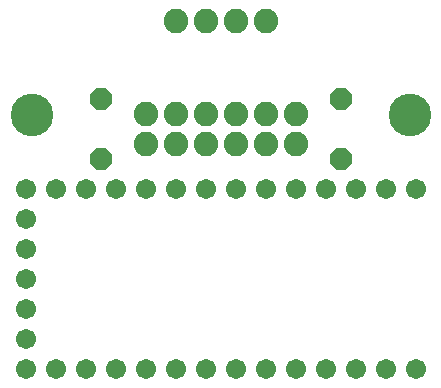
<source format=gbr>
G04 EAGLE Gerber RS-274X export*
G75*
%MOMM*%
%FSLAX34Y34*%
%LPD*%
%INSoldermask Top*%
%IPPOS*%
%AMOC8*
5,1,8,0,0,1.08239X$1,22.5*%
G01*
%ADD10C,3.603200*%
%ADD11C,2.082800*%
%ADD12P,2.034460X8X292.500000*%
%ADD13C,1.711200*%


D10*
X30500Y240000D03*
X350500Y240000D03*
D11*
X152400Y319400D03*
X177800Y319400D03*
X203200Y319400D03*
X228600Y319400D03*
X127000Y215900D03*
X127000Y241300D03*
X152400Y215900D03*
X152400Y241300D03*
X177800Y215900D03*
X177800Y241300D03*
X203200Y215900D03*
X203200Y241300D03*
X228600Y215900D03*
X228600Y241300D03*
X254000Y215900D03*
X254000Y241300D03*
D12*
X88900Y254000D03*
X88900Y203200D03*
X292100Y254000D03*
X292100Y203200D03*
D13*
X355600Y177800D03*
X330200Y177800D03*
X304800Y177800D03*
X279400Y177800D03*
X254000Y177800D03*
X228600Y177800D03*
X203200Y177800D03*
X177800Y177800D03*
X152400Y177800D03*
X127000Y177800D03*
X101600Y177800D03*
X76200Y177800D03*
X50800Y177800D03*
X25400Y177800D03*
X25400Y152400D03*
X25400Y127000D03*
X25400Y101600D03*
X25400Y76200D03*
X25400Y50800D03*
X25400Y25400D03*
X50800Y25400D03*
X76200Y25400D03*
X101600Y25400D03*
X127000Y25400D03*
X152400Y25400D03*
X177800Y25400D03*
X203200Y25400D03*
X228600Y25400D03*
X254000Y25400D03*
X279400Y25400D03*
X304800Y25400D03*
X330200Y25400D03*
X355600Y25400D03*
M02*

</source>
